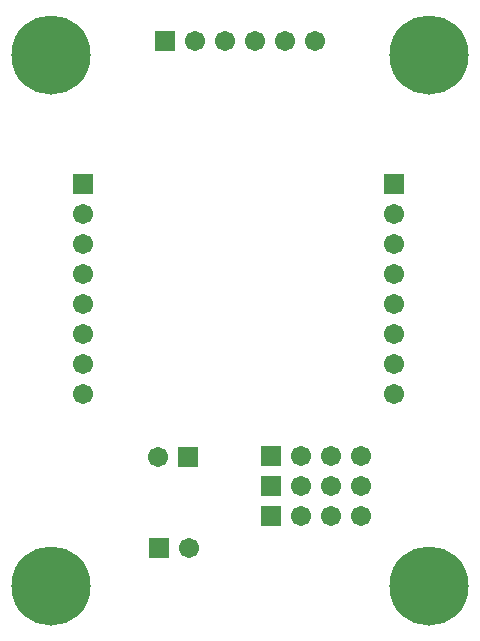
<source format=gbs>
G04 Layer_Color=16711935*
%FSLAX24Y24*%
%MOIN*%
G70*
G01*
G75*
%ADD21C,0.2639*%
%ADD22R,0.0671X0.0671*%
%ADD23C,0.0671*%
%ADD24R,0.0671X0.0671*%
D21*
X1575Y1575D02*
D03*
X14173Y1575D02*
D03*
X1575Y19291D02*
D03*
X14173Y19291D02*
D03*
D22*
X5178Y2859D02*
D03*
X6142Y5866D02*
D03*
X5374Y19735D02*
D03*
X8908Y3921D02*
D03*
Y4921D02*
D03*
Y5921D02*
D03*
D23*
X6178Y2859D02*
D03*
X5142Y5866D02*
D03*
X6374Y19735D02*
D03*
X7374D02*
D03*
X8374D02*
D03*
X9374D02*
D03*
X10374D02*
D03*
X11908Y3921D02*
D03*
X10908D02*
D03*
X9908D02*
D03*
X11908Y4921D02*
D03*
X10908D02*
D03*
X9908D02*
D03*
X11908Y5921D02*
D03*
X10908D02*
D03*
X9908D02*
D03*
X12992Y13992D02*
D03*
Y12992D02*
D03*
Y11992D02*
D03*
Y10992D02*
D03*
Y9992D02*
D03*
Y8992D02*
D03*
Y7992D02*
D03*
X2657Y13992D02*
D03*
Y12992D02*
D03*
Y11992D02*
D03*
Y10992D02*
D03*
Y9992D02*
D03*
Y8992D02*
D03*
Y7992D02*
D03*
D24*
X12992Y14992D02*
D03*
X2657D02*
D03*
M02*

</source>
